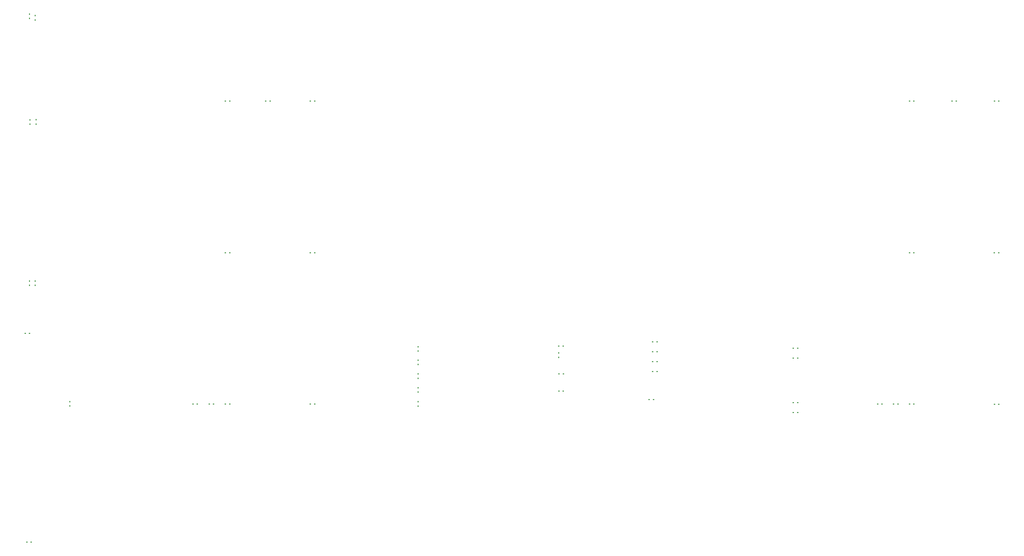
<source format=gtp>
G04 #@! TF.GenerationSoftware,KiCad,Pcbnew,7.0.8*
G04 #@! TF.CreationDate,2024-02-17T16:19:58-08:00*
G04 #@! TF.ProjectId,FlexDeploySidePanels,466c6578-4465-4706-9c6f-795369646550,rev?*
G04 #@! TF.SameCoordinates,Original*
G04 #@! TF.FileFunction,Paste,Top*
G04 #@! TF.FilePolarity,Positive*
%FSLAX46Y46*%
G04 Gerber Fmt 4.6, Leading zero omitted, Abs format (unit mm)*
G04 Created by KiCad (PCBNEW 7.0.8) date 2024-02-17 16:19:58*
%MOMM*%
%LPD*%
G01*
G04 APERTURE LIST*
%ADD10R,0.560000X0.400000*%
%ADD11R,0.400000X0.560000*%
G04 APERTURE END LIST*
D10*
X401845000Y-261122856D03*
X403415000Y-261122856D03*
X445105000Y-261574797D03*
X443535000Y-261574797D03*
X351380000Y-242777144D03*
X352950000Y-242777144D03*
X433655000Y-261574797D03*
X432085000Y-261574797D03*
X351380000Y-239215716D03*
X352950000Y-239215716D03*
D11*
X127762000Y-217378000D03*
X127762000Y-218948000D03*
X127762000Y-121435000D03*
X127762000Y-123005000D03*
D10*
X401845000Y-241548572D03*
X403415000Y-241548572D03*
X351654000Y-260000000D03*
X350084000Y-260000000D03*
X187960000Y-261620000D03*
X186390000Y-261620000D03*
X319285000Y-256900000D03*
X317715000Y-256900000D03*
D11*
X127900000Y-159465000D03*
X127900000Y-161035000D03*
D10*
X351380000Y-246338572D03*
X352950000Y-246338572D03*
X199621000Y-207250000D03*
X198051000Y-207250000D03*
X199621000Y-152750000D03*
X198051000Y-152750000D03*
X351380000Y-249900000D03*
X352950000Y-249900000D03*
X445085000Y-152704797D03*
X443515000Y-152704797D03*
D11*
X129772000Y-218948000D03*
X129772000Y-217378000D03*
D10*
X199621000Y-261620000D03*
X198051000Y-261620000D03*
D11*
X267200000Y-260750000D03*
X267200000Y-262320000D03*
X317650000Y-243265000D03*
X317650000Y-244835000D03*
X267200000Y-245815000D03*
X267200000Y-247385000D03*
X142250000Y-260715000D03*
X142250000Y-262285000D03*
D10*
X230101000Y-261620000D03*
X228531000Y-261620000D03*
D11*
X129772000Y-123565000D03*
X129772000Y-121995000D03*
D10*
X475565000Y-152704797D03*
X473995000Y-152704797D03*
X317765000Y-250800000D03*
X319335000Y-250800000D03*
X475585000Y-261704797D03*
X474015000Y-261704797D03*
X214076000Y-152750000D03*
X212506000Y-152750000D03*
X126780000Y-311250000D03*
X128350000Y-311250000D03*
X230101000Y-152750000D03*
X228531000Y-152750000D03*
X475545000Y-207204797D03*
X473975000Y-207204797D03*
X193790500Y-261620000D03*
X192220500Y-261620000D03*
D11*
X267200000Y-241015000D03*
X267200000Y-242585000D03*
X267200000Y-255735000D03*
X267200000Y-257305000D03*
D10*
X403395000Y-264684288D03*
X401825000Y-264684288D03*
X445085000Y-207204797D03*
X443515000Y-207204797D03*
X401845000Y-245110000D03*
X403415000Y-245110000D03*
X460325000Y-152704797D03*
X458755000Y-152704797D03*
X126192000Y-236220000D03*
X127762000Y-236220000D03*
D11*
X267200000Y-250765000D03*
X267200000Y-252335000D03*
D10*
X230101000Y-207250000D03*
X228531000Y-207250000D03*
D11*
X130150000Y-161015000D03*
X130150000Y-159445000D03*
D10*
X319235000Y-240750000D03*
X317665000Y-240750000D03*
X439380000Y-261574797D03*
X437810000Y-261574797D03*
M02*

</source>
